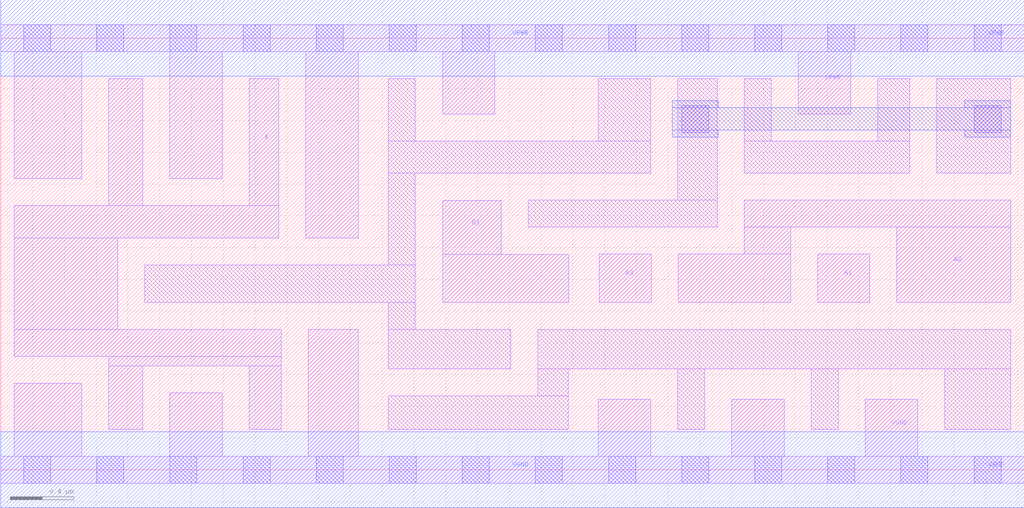
<source format=lef>
# Copyright 2020 The SkyWater PDK Authors
#
# Licensed under the Apache License, Version 2.0 (the "License");
# you may not use this file except in compliance with the License.
# You may obtain a copy of the License at
#
#     https://www.apache.org/licenses/LICENSE-2.0
#
# Unless required by applicable law or agreed to in writing, software
# distributed under the License is distributed on an "AS IS" BASIS,
# WITHOUT WARRANTIES OR CONDITIONS OF ANY KIND, either express or implied.
# See the License for the specific language governing permissions and
# limitations under the License.
#
# SPDX-License-Identifier: Apache-2.0

VERSION 5.7 ;
  NAMESCASESENSITIVE ON ;
  NOWIREEXTENSIONATPIN ON ;
  DIVIDERCHAR "/" ;
  BUSBITCHARS "[]" ;
UNITS
  DATABASE MICRONS 200 ;
END UNITS
MACRO sky130_fd_sc_hd__o31a_4
  CLASS CORE ;
  SOURCE USER ;
  FOREIGN sky130_fd_sc_hd__o31a_4 ;
  ORIGIN  0.000000  0.000000 ;
  SIZE  6.440000 BY  2.720000 ;
  SYMMETRY X Y R90 ;
  SITE unithd ;
  PIN A1
    ANTENNAGATEAREA  0.495000 ;
    DIRECTION INPUT ;
    USE SIGNAL ;
    PORT
      LAYER li1 ;
        RECT 5.140000 1.055000 5.470000 1.360000 ;
    END
  END A1
  PIN A2
    ANTENNAGATEAREA  0.495000 ;
    DIRECTION INPUT ;
    USE SIGNAL ;
    PORT
      LAYER li1 ;
        RECT 4.265000 1.055000 4.970000 1.360000 ;
        RECT 4.680000 1.360000 4.970000 1.530000 ;
        RECT 4.680000 1.530000 6.355000 1.700000 ;
        RECT 5.640000 1.055000 6.355000 1.530000 ;
    END
  END A2
  PIN A3
    ANTENNAGATEAREA  0.495000 ;
    DIRECTION INPUT ;
    USE SIGNAL ;
    PORT
      LAYER li1 ;
        RECT 3.765000 1.055000 4.095000 1.360000 ;
    END
  END A3
  PIN B1
    ANTENNAGATEAREA  0.495000 ;
    DIRECTION INPUT ;
    USE SIGNAL ;
    PORT
      LAYER li1 ;
        RECT 2.780000 1.055000 3.575000 1.355000 ;
        RECT 2.780000 1.355000 3.150000 1.695000 ;
    END
  END B1
  PIN X
    ANTENNADIFFAREA  0.891000 ;
    DIRECTION OUTPUT ;
    USE SIGNAL ;
    PORT
      LAYER li1 ;
        RECT 0.085000 0.715000 1.765000 0.885000 ;
        RECT 0.085000 0.885000 0.735000 1.460000 ;
        RECT 0.085000 1.460000 1.750000 1.665000 ;
        RECT 0.680000 0.255000 0.895000 0.655000 ;
        RECT 0.680000 0.655000 1.765000 0.715000 ;
        RECT 0.680000 1.665000 0.895000 2.465000 ;
        RECT 1.565000 0.255000 1.765000 0.655000 ;
        RECT 1.565000 1.665000 1.750000 2.465000 ;
    END
  END X
  PIN VGND
    DIRECTION INOUT ;
    SHAPE ABUTMENT ;
    USE GROUND ;
    PORT
      LAYER li1 ;
        RECT 0.000000 -0.085000 6.440000 0.085000 ;
        RECT 0.085000  0.085000 0.510000 0.545000 ;
        RECT 1.065000  0.085000 1.395000 0.485000 ;
        RECT 1.935000  0.085000 2.250000 0.885000 ;
        RECT 3.760000  0.085000 4.090000 0.445000 ;
        RECT 4.600000  0.085000 4.930000 0.445000 ;
        RECT 5.440000  0.085000 5.770000 0.445000 ;
      LAYER mcon ;
        RECT 0.145000 -0.085000 0.315000 0.085000 ;
        RECT 0.605000 -0.085000 0.775000 0.085000 ;
        RECT 1.065000 -0.085000 1.235000 0.085000 ;
        RECT 1.525000 -0.085000 1.695000 0.085000 ;
        RECT 1.985000 -0.085000 2.155000 0.085000 ;
        RECT 2.445000 -0.085000 2.615000 0.085000 ;
        RECT 2.905000 -0.085000 3.075000 0.085000 ;
        RECT 3.365000 -0.085000 3.535000 0.085000 ;
        RECT 3.825000 -0.085000 3.995000 0.085000 ;
        RECT 4.285000 -0.085000 4.455000 0.085000 ;
        RECT 4.745000 -0.085000 4.915000 0.085000 ;
        RECT 5.205000 -0.085000 5.375000 0.085000 ;
        RECT 5.665000 -0.085000 5.835000 0.085000 ;
        RECT 6.125000 -0.085000 6.295000 0.085000 ;
      LAYER met1 ;
        RECT 0.000000 -0.240000 6.440000 0.240000 ;
    END
  END VGND
  PIN VPWR
    DIRECTION INOUT ;
    SHAPE ABUTMENT ;
    USE POWER ;
    PORT
      LAYER li1 ;
        RECT 0.000000 2.635000 6.440000 2.805000 ;
        RECT 0.085000 1.835000 0.510000 2.635000 ;
        RECT 1.065000 1.835000 1.395000 2.635000 ;
        RECT 1.920000 1.460000 2.250000 2.635000 ;
        RECT 2.780000 2.240000 3.110000 2.635000 ;
        RECT 5.020000 2.240000 5.350000 2.635000 ;
      LAYER mcon ;
        RECT 0.145000 2.635000 0.315000 2.805000 ;
        RECT 0.605000 2.635000 0.775000 2.805000 ;
        RECT 1.065000 2.635000 1.235000 2.805000 ;
        RECT 1.525000 2.635000 1.695000 2.805000 ;
        RECT 1.985000 2.635000 2.155000 2.805000 ;
        RECT 2.445000 2.635000 2.615000 2.805000 ;
        RECT 2.905000 2.635000 3.075000 2.805000 ;
        RECT 3.365000 2.635000 3.535000 2.805000 ;
        RECT 3.825000 2.635000 3.995000 2.805000 ;
        RECT 4.285000 2.635000 4.455000 2.805000 ;
        RECT 4.745000 2.635000 4.915000 2.805000 ;
        RECT 5.205000 2.635000 5.375000 2.805000 ;
        RECT 5.665000 2.635000 5.835000 2.805000 ;
        RECT 6.125000 2.635000 6.295000 2.805000 ;
      LAYER met1 ;
        RECT 0.000000 2.480000 6.440000 2.960000 ;
    END
  END VPWR
  OBS
    LAYER li1 ;
      RECT 0.905000 1.055000 2.610000 1.290000 ;
      RECT 2.440000 0.255000 3.570000 0.465000 ;
      RECT 2.440000 0.635000 3.210000 0.885000 ;
      RECT 2.440000 0.885000 2.610000 1.055000 ;
      RECT 2.440000 1.290000 2.610000 1.870000 ;
      RECT 2.440000 1.870000 4.090000 2.070000 ;
      RECT 2.440000 2.070000 2.610000 2.465000 ;
      RECT 3.320000 1.530000 4.510000 1.700000 ;
      RECT 3.380000 0.465000 3.570000 0.635000 ;
      RECT 3.380000 0.635000 6.355000 0.885000 ;
      RECT 3.760000 2.070000 4.090000 2.465000 ;
      RECT 4.260000 0.255000 4.430000 0.635000 ;
      RECT 4.260000 1.700000 4.510000 2.465000 ;
      RECT 4.680000 1.870000 5.720000 2.070000 ;
      RECT 4.680000 2.070000 4.850000 2.465000 ;
      RECT 5.100000 0.255000 5.270000 0.635000 ;
      RECT 5.520000 2.070000 5.720000 2.465000 ;
      RECT 5.890000 1.870000 6.355000 2.465000 ;
      RECT 5.940000 0.255000 6.355000 0.635000 ;
    LAYER mcon ;
      RECT 4.285000 2.125000 4.455000 2.295000 ;
      RECT 6.125000 2.125000 6.295000 2.295000 ;
    LAYER met1 ;
      RECT 4.225000 2.095000 4.515000 2.140000 ;
      RECT 4.225000 2.140000 6.355000 2.280000 ;
      RECT 4.225000 2.280000 4.515000 2.325000 ;
      RECT 6.065000 2.095000 6.355000 2.140000 ;
      RECT 6.065000 2.280000 6.355000 2.325000 ;
  END
END sky130_fd_sc_hd__o31a_4
END LIBRARY

</source>
